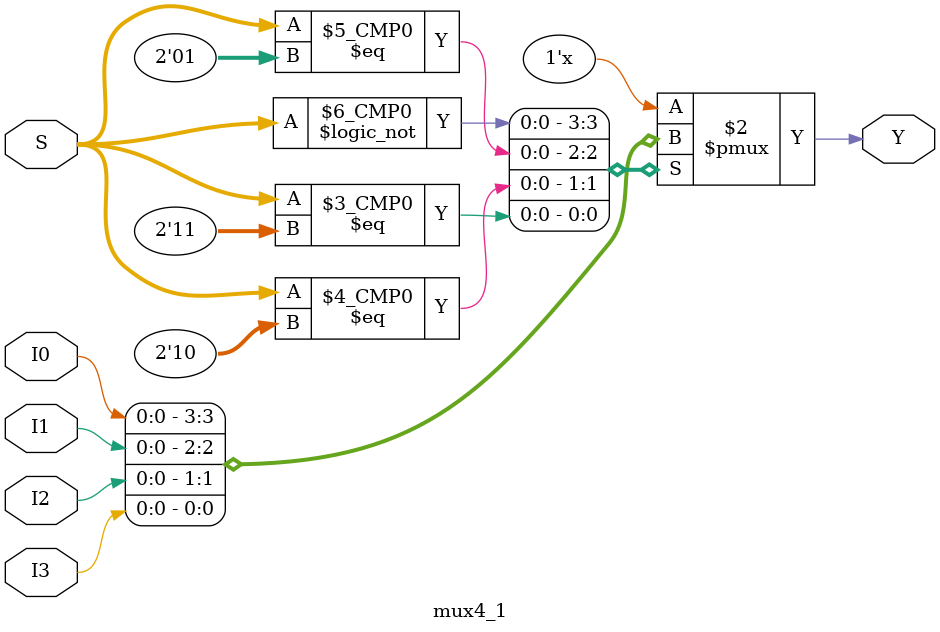
<source format=sv>


module mux4_1
  (output logic Y,
   input logic I0, I1, I2, I3,
   input logic [1:0] S);
   
  always_comb
    case(S)
      2'b00:Y=I0;
      2'b01:Y=I1;
      2'b10:Y=I2;
      2'b11:Y=I3;
      default:Y=1'bx;
    endcase
    
endmodule
</source>
